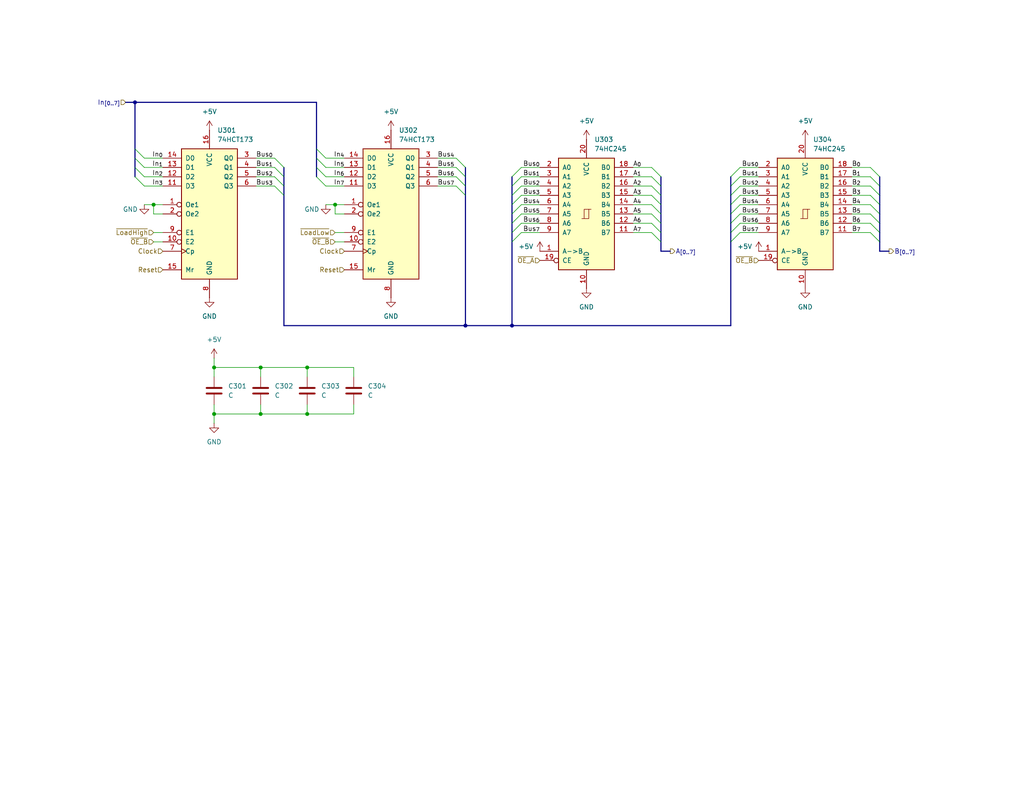
<source format=kicad_sch>
(kicad_sch (version 20250114) (generator "eeschema") (generator_version "9.0")
  (paper "USLetter")
  (title_block (title "BRISC8 CPU") (date "2025-06-05") (rev "v1.0.0") (company "Brian Duffy") (comment 3 "Compatible with the BRISC8 assembler and compiler suite.") (comment 4 "Simple 8-bit RISC CPU designed by Brian Duffy to explore the lowest level of computing."))
  (lib_symbols
    (symbol "74xx:74HC245" (pin_names (offset 1.016))
      (property "Reference" "U" (at -7.62 16.51 0))
      (property "Value" "74HC245" (at -7.62 -16.51 0))
      (symbol "74HC245_1_0"
        (polyline (pts (xy -1.27 -1.27) (xy 0.635 -1.27) (xy 0.635 1.27) (xy 1.27 1.27)))
        (polyline (pts (xy -0.635 -1.27) (xy -0.635 1.27) (xy 0.635 1.27)))
        (pin tri_state line (at -12.7 12.7 0) (length 5.08) (name "A0") (number "2"))
        (pin tri_state line (at -12.7 10.16 0) (length 5.08) (name "A1") (number "3"))
        (pin tri_state line (at -12.7 7.62 0) (length 5.08) (name "A2") (number "4"))
        (pin tri_state line (at -12.7 5.08 0) (length 5.08) (name "A3") (number "5"))
        (pin tri_state line (at -12.7 2.54 0) (length 5.08) (name "A4") (number "6"))
        (pin tri_state line (at -12.7 0 0) (length 5.08) (name "A5") (number "7"))
        (pin tri_state line (at -12.7 -2.54 0) (length 5.08) (name "A6") (number "8"))
        (pin tri_state line (at -12.7 -5.08 0) (length 5.08) (name "A7") (number "9"))
        (pin input line (at -12.7 -10.16 0) (length 5.08) (name "A->B") (number "1"))
        (pin input inverted (at -12.7 -12.7 0) (length 5.08) (name "CE") (number "19"))
        (pin power_in line (at 0 20.32 270) (length 5.08) (name "VCC") (number "20"))
        (pin power_in line (at 0 -20.32 90) (length 5.08) (name "GND") (number "10"))
        (pin tri_state line (at 12.7 12.7 180) (length 5.08) (name "B0") (number "18"))
        (pin tri_state line (at 12.7 10.16 180) (length 5.08) (name "B1") (number "17"))
        (pin tri_state line (at 12.7 7.62 180) (length 5.08) (name "B2") (number "16"))
        (pin tri_state line (at 12.7 5.08 180) (length 5.08) (name "B3") (number "15"))
        (pin tri_state line (at 12.7 2.54 180) (length 5.08) (name "B4") (number "14"))
        (pin tri_state line (at 12.7 0 180) (length 5.08) (name "B5") (number "13"))
        (pin tri_state line (at 12.7 -2.54 180) (length 5.08) (name "B6") (number "12"))
        (pin tri_state line (at 12.7 -5.08 180) (length 5.08) (name "B7") (number "11"))
      )
      (symbol "74HC245_1_1"
        (rectangle (start -7.62 15.24) (end 7.62 -15.24) (stroke (width 0.254)) (fill (type background)))
      )
    )
    (symbol "74xx:74HCT173" (pin_names (offset 1.016))
      (property "Reference" "U" (at -7.62 19.05 0))
      (property "Value" "74HCT173" (at -7.62 -19.05 0))
      (symbol "74HCT173_1_0"
        (pin input line (at -12.7 15.24 0) (length 5.08) (name "D0") (number "14"))
        (pin input line (at -12.7 12.7 0) (length 5.08) (name "D1") (number "13"))
        (pin input line (at -12.7 10.16 0) (length 5.08) (name "D2") (number "12"))
        (pin input line (at -12.7 7.62 0) (length 5.08) (name "D3") (number "11"))
        (pin input inverted (at -12.7 2.54 0) (length 5.08) (name "Oe1") (number "1"))
        (pin input inverted (at -12.7 0 0) (length 5.08) (name "Oe2") (number "2"))
        (pin input inverted (at -12.7 -5.08 0) (length 5.08) (name "E1") (number "9"))
        (pin input inverted (at -12.7 -7.62 0) (length 5.08) (name "E2") (number "10"))
        (pin input clock (at -12.7 -10.16 0) (length 5.08) (name "Cp") (number "7"))
        (pin input line (at -12.7 -15.24 0) (length 5.08) (name "Mr") (number "15"))
        (pin power_in line (at 0 22.86 270) (length 5.08) (name "VCC") (number "16"))
        (pin power_in line (at 0 -22.86 90) (length 5.08) (name "GND") (number "8"))
        (pin tri_state line (at 12.7 15.24 180) (length 5.08) (name "Q0") (number "3"))
        (pin tri_state line (at 12.7 12.7 180) (length 5.08) (name "Q1") (number "4"))
        (pin tri_state line (at 12.7 10.16 180) (length 5.08) (name "Q2") (number "5"))
        (pin tri_state line (at 12.7 7.62 180) (length 5.08) (name "Q3") (number "6"))
      )
      (symbol "74HCT173_1_1"
        (rectangle (start -7.62 17.78) (end 7.62 -17.78) (stroke (width 0.254)) (fill (type background)))
      )
    )
    (symbol "Device:C" (pin_numbers (hide yes)) (pin_names (offset 0.254))
      (property "Reference" "C" (at 0.635 2.54 0))
      (property "Value" "C" (at 0.635 -2.54 0))
      (symbol "C_0_1"
        (polyline (pts (xy -2.032 0.762) (xy 2.032 0.762)) (stroke (width 0.508)))
        (polyline (pts (xy -2.032 -0.762) (xy 2.032 -0.762)) (stroke (width 0.508)))
      )
      (symbol "C_1_1"
        (pin passive line (at 0 3.81 270) (length 2.794) (name "~") (number "1"))
        (pin passive line (at 0 -3.81 90) (length 2.794) (name "~") (number "2"))
      )
    )
    (symbol "power:+5V" (power) (pin_numbers (hide yes)) (pin_names (offset 0) (hide yes))
      (property "Value" "+5V" (at 0 3.556 0))
      (symbol "+5V_0_1"
        (polyline (pts (xy -0.762 1.27) (xy 0 2.54)))
        (polyline (pts (xy 0 2.54) (xy 0.762 1.27)))
        (polyline (pts (xy 0 0) (xy 0 2.54)))
      )
      (symbol "+5V_1_1"
        (pin power_in line (at 0 0 90) (length 0) (name "~") (number "1"))
      )
    )
    (symbol "power:GND" (power) (pin_numbers (hide yes)) (pin_names (offset 0) (hide yes))
      (property "Value" "GND" (at 0 -3.81 0))
      (symbol "GND_0_1"
        (polyline (pts (xy 0 0) (xy 0 -1.27) (xy 1.27 -1.27) (xy 0 -2.54) (xy -1.27 -1.27) (xy 0 -1.27)))
      )
      (symbol "GND_1_1"
        (pin power_in line (at 0 0 270) (length 0) (name "~") (number "1"))
      )
    )
  )
  (junction (at 83.82 100.33))
  (junction (at 127 88.9))
  (junction (at 139.7 88.9))
  (junction (at 58.42 100.33))
  (junction (at 71.12 100.33))
  (junction (at 71.12 113.03))
  (junction (at 58.42 113.03))
  (junction (at 36.83 27.94))
  (junction (at 91.44 55.88))
  (junction (at 83.82 113.03))
  (junction (at 41.91 55.88))
  (bus_entry (at 124.46 45.72) (size 2.54 2.54))
  (bus_entry (at 237.49 55.88) (size 2.54 2.54))
  (bus_entry (at 74.93 48.26) (size 2.54 2.54))
  (bus_entry (at 124.46 48.26) (size 2.54 2.54))
  (bus_entry (at 199.39 48.26) (size 2.54 -2.54))
  (bus_entry (at 88.9 45.72) (size -2.54 -2.54))
  (bus_entry (at 199.39 60.96) (size 2.54 -2.54))
  (bus_entry (at 199.39 66.04) (size 2.54 -2.54))
  (bus_entry (at 177.8 55.88) (size 2.54 2.54))
  (bus_entry (at 139.7 53.34) (size 2.54 -2.54))
  (bus_entry (at 237.49 58.42) (size 2.54 2.54))
  (bus_entry (at 139.7 58.42) (size 2.54 -2.54))
  (bus_entry (at 199.39 63.5) (size 2.54 -2.54))
  (bus_entry (at 39.37 48.26) (size -2.54 -2.54))
  (bus_entry (at 237.49 60.96) (size 2.54 2.54))
  (bus_entry (at 237.49 50.8) (size 2.54 2.54))
  (bus_entry (at 177.8 53.34) (size 2.54 2.54))
  (bus_entry (at 199.39 50.8) (size 2.54 -2.54))
  (bus_entry (at 139.7 66.04) (size 2.54 -2.54))
  (bus_entry (at 177.8 48.26) (size 2.54 2.54))
  (bus_entry (at 139.7 55.88) (size 2.54 -2.54))
  (bus_entry (at 74.93 43.18) (size 2.54 2.54))
  (bus_entry (at 139.7 63.5) (size 2.54 -2.54))
  (bus_entry (at 177.8 63.5) (size 2.54 2.54))
  (bus_entry (at 88.9 43.18) (size -2.54 -2.54))
  (bus_entry (at 124.46 43.18) (size 2.54 2.54))
  (bus_entry (at 177.8 58.42) (size 2.54 2.54))
  (bus_entry (at 237.49 53.34) (size 2.54 2.54))
  (bus_entry (at 199.39 53.34) (size 2.54 -2.54))
  (bus_entry (at 199.39 55.88) (size 2.54 -2.54))
  (bus_entry (at 124.46 50.8) (size 2.54 2.54))
  (bus_entry (at 39.37 43.18) (size -2.54 -2.54))
  (bus_entry (at 88.9 48.26) (size -2.54 -2.54))
  (bus_entry (at 237.49 63.5) (size 2.54 2.54))
  (bus_entry (at 177.8 50.8) (size 2.54 2.54))
  (bus_entry (at 88.9 50.8) (size -2.54 -2.54))
  (bus_entry (at 39.37 50.8) (size -2.54 -2.54))
  (bus_entry (at 177.8 60.96) (size 2.54 2.54))
  (bus_entry (at 74.93 45.72) (size 2.54 2.54))
  (bus_entry (at 139.7 48.26) (size 2.54 -2.54))
  (bus_entry (at 139.7 60.96) (size 2.54 -2.54))
  (bus_entry (at 139.7 50.8) (size 2.54 -2.54))
  (bus_entry (at 39.37 45.72) (size -2.54 -2.54))
  (bus_entry (at 199.39 58.42) (size 2.54 -2.54))
  (bus_entry (at 74.93 50.8) (size 2.54 2.54))
  (bus_entry (at 237.49 45.72) (size 2.54 2.54))
  (bus_entry (at 177.8 45.72) (size 2.54 2.54))
  (bus_entry (at 237.49 48.26) (size 2.54 2.54))
  (wire (pts (xy 172.72 55.88) (xy 177.8 55.88)))
  (wire (pts (xy 172.72 63.5) (xy 177.8 63.5)))
  (wire (pts (xy 119.38 50.8) (xy 124.46 50.8)))
  (bus (pts (xy 180.34 48.26) (xy 180.34 50.8)))
  (wire (pts (xy 91.44 58.42) (xy 91.44 55.88)))
  (bus (pts (xy 240.03 60.96) (xy 240.03 63.5)))
  (wire (pts (xy 88.9 45.72) (xy 93.98 45.72)))
  (bus (pts (xy 139.7 66.04) (xy 139.7 88.9)))
  (wire (pts (xy 58.42 100.33) (xy 58.42 102.87)))
  (wire (pts (xy 119.38 43.18) (xy 124.46 43.18)))
  (bus (pts (xy 127 50.8) (xy 127 53.34)))
  (wire (pts (xy 39.37 48.26) (xy 44.45 48.26)))
  (wire (pts (xy 201.93 58.42) (xy 207.01 58.42)))
  (bus (pts (xy 240.03 55.88) (xy 240.03 58.42)))
  (wire (pts (xy 91.44 55.88) (xy 93.98 55.88)))
  (bus (pts (xy 139.7 88.9) (xy 199.39 88.9)))
  (wire (pts (xy 69.85 45.72) (xy 74.93 45.72)))
  (bus (pts (xy 139.7 48.26) (xy 139.7 50.8)))
  (bus (pts (xy 180.34 66.04) (xy 180.34 68.58)))
  (bus (pts (xy 240.03 48.26) (xy 240.03 50.8)))
  (wire (pts (xy 39.37 45.72) (xy 44.45 45.72)))
  (bus (pts (xy 77.47 88.9) (xy 127 88.9)))
  (wire (pts (xy 39.37 50.8) (xy 44.45 50.8)))
  (wire (pts (xy 41.91 58.42) (xy 41.91 55.88)))
  (wire (pts (xy 142.24 60.96) (xy 147.32 60.96)))
  (wire (pts (xy 88.9 43.18) (xy 93.98 43.18)))
  (wire (pts (xy 93.98 58.42) (xy 91.44 58.42)))
  (wire (pts (xy 142.24 50.8) (xy 147.32 50.8)))
  (wire (pts (xy 88.9 55.88) (xy 91.44 55.88)))
  (wire (pts (xy 172.72 53.34) (xy 177.8 53.34)))
  (wire (pts (xy 172.72 45.72) (xy 177.8 45.72)))
  (bus (pts (xy 139.7 53.34) (xy 139.7 55.88)))
  (wire (pts (xy 88.9 50.8) (xy 93.98 50.8)))
  (wire (pts (xy 83.82 100.33) (xy 83.82 102.87)))
  (bus (pts (xy 127 53.34) (xy 127 88.9)))
  (wire (pts (xy 232.41 60.96) (xy 237.49 60.96)))
  (wire (pts (xy 96.52 110.49) (xy 96.52 113.03)))
  (bus (pts (xy 240.03 58.42) (xy 240.03 60.96)))
  (bus (pts (xy 86.36 43.18) (xy 86.36 45.72)))
  (bus (pts (xy 77.47 45.72) (xy 77.47 48.26)))
  (bus (pts (xy 127 45.72) (xy 127 48.26)))
  (wire (pts (xy 69.85 50.8) (xy 74.93 50.8)))
  (bus (pts (xy 77.47 50.8) (xy 77.47 53.34)))
  (bus (pts (xy 77.47 88.9) (xy 77.47 53.34)))
  (bus (pts (xy 180.34 55.88) (xy 180.34 58.42)))
  (wire (pts (xy 232.41 63.5) (xy 237.49 63.5)))
  (bus (pts (xy 240.03 68.58) (xy 242.57 68.58)))
  (bus (pts (xy 199.39 50.8) (xy 199.39 53.34)))
  (wire (pts (xy 142.24 55.88) (xy 147.32 55.88)))
  (wire (pts (xy 71.12 113.03) (xy 58.42 113.03)))
  (wire (pts (xy 172.72 60.96) (xy 177.8 60.96)))
  (wire (pts (xy 201.93 48.26) (xy 207.01 48.26)))
  (wire (pts (xy 172.72 48.26) (xy 177.8 48.26)))
  (wire (pts (xy 41.91 55.88) (xy 44.45 55.88)))
  (bus (pts (xy 180.34 63.5) (xy 180.34 66.04)))
  (bus (pts (xy 199.39 63.5) (xy 199.39 66.04)))
  (wire (pts (xy 142.24 58.42) (xy 147.32 58.42)))
  (wire (pts (xy 142.24 53.34) (xy 147.32 53.34)))
  (bus (pts (xy 77.47 48.26) (xy 77.47 50.8)))
  (bus (pts (xy 240.03 53.34) (xy 240.03 55.88)))
  (bus (pts (xy 36.83 40.64) (xy 36.83 27.94)))
  (wire (pts (xy 71.12 100.33) (xy 83.82 100.33)))
  (wire (pts (xy 119.38 48.26) (xy 124.46 48.26)))
  (wire (pts (xy 39.37 43.18) (xy 44.45 43.18)))
  (wire (pts (xy 41.91 66.04) (xy 44.45 66.04)))
  (wire (pts (xy 201.93 45.72) (xy 207.01 45.72)))
  (bus (pts (xy 36.83 48.26) (xy 36.83 45.72)))
  (wire (pts (xy 58.42 100.33) (xy 71.12 100.33)))
  (bus (pts (xy 199.39 58.42) (xy 199.39 60.96)))
  (wire (pts (xy 69.85 48.26) (xy 74.93 48.26)))
  (bus (pts (xy 240.03 63.5) (xy 240.03 66.04)))
  (wire (pts (xy 71.12 110.49) (xy 71.12 113.03)))
  (bus (pts (xy 199.39 53.34) (xy 199.39 55.88)))
  (bus (pts (xy 139.7 60.96) (xy 139.7 63.5)))
  (wire (pts (xy 41.91 63.5) (xy 44.45 63.5)))
  (bus (pts (xy 199.39 66.04) (xy 199.39 88.9)))
  (wire (pts (xy 142.24 48.26) (xy 147.32 48.26)))
  (wire (pts (xy 232.41 50.8) (xy 237.49 50.8)))
  (wire (pts (xy 201.93 55.88) (xy 207.01 55.88)))
  (bus (pts (xy 199.39 48.26) (xy 199.39 50.8)))
  (bus (pts (xy 139.7 55.88) (xy 139.7 58.42)))
  (wire (pts (xy 71.12 100.33) (xy 71.12 102.87)))
  (wire (pts (xy 232.41 55.88) (xy 237.49 55.88)))
  (wire (pts (xy 172.72 50.8) (xy 177.8 50.8)))
  (wire (pts (xy 69.85 43.18) (xy 74.93 43.18)))
  (bus (pts (xy 180.34 68.58) (xy 182.88 68.58)))
  (wire (pts (xy 44.45 58.42) (xy 41.91 58.42)))
  (bus (pts (xy 180.34 50.8) (xy 180.34 53.34)))
  (bus (pts (xy 86.36 27.94) (xy 86.36 40.64)))
  (wire (pts (xy 142.24 63.5) (xy 147.32 63.5)))
  (wire (pts (xy 83.82 100.33) (xy 96.52 100.33)))
  (wire (pts (xy 83.82 110.49) (xy 83.82 113.03)))
  (wire (pts (xy 232.41 45.72) (xy 237.49 45.72)))
  (bus (pts (xy 240.03 66.04) (xy 240.03 68.58)))
  (wire (pts (xy 88.9 48.26) (xy 93.98 48.26)))
  (wire (pts (xy 201.93 53.34) (xy 207.01 53.34)))
  (wire (pts (xy 201.93 50.8) (xy 207.01 50.8)))
  (wire (pts (xy 58.42 113.03) (xy 58.42 115.57)))
  (wire (pts (xy 142.24 45.72) (xy 147.32 45.72)))
  (wire (pts (xy 58.42 97.79) (xy 58.42 100.33)))
  (bus (pts (xy 199.39 60.96) (xy 199.39 63.5)))
  (bus (pts (xy 34.29 27.94) (xy 36.83 27.94)))
  (wire (pts (xy 39.37 55.88) (xy 41.91 55.88)))
  (bus (pts (xy 240.03 50.8) (xy 240.03 53.34)))
  (wire (pts (xy 91.44 66.04) (xy 93.98 66.04)))
  (bus (pts (xy 86.36 40.64) (xy 86.36 43.18)))
  (wire (pts (xy 232.41 58.42) (xy 237.49 58.42)))
  (bus (pts (xy 139.7 63.5) (xy 139.7 66.04)))
  (bus (pts (xy 199.39 55.88) (xy 199.39 58.42)))
  (bus (pts (xy 127 48.26) (xy 127 50.8)))
  (bus (pts (xy 86.36 45.72) (xy 86.36 48.26)))
  (wire (pts (xy 119.38 45.72) (xy 124.46 45.72)))
  (wire (pts (xy 201.93 60.96) (xy 207.01 60.96)))
  (bus (pts (xy 36.83 45.72) (xy 36.83 43.18)))
  (wire (pts (xy 201.93 63.5) (xy 207.01 63.5)))
  (bus (pts (xy 180.34 58.42) (xy 180.34 60.96)))
  (wire (pts (xy 58.42 110.49) (xy 58.42 113.03)))
  (wire (pts (xy 172.72 58.42) (xy 177.8 58.42)))
  (wire (pts (xy 91.44 63.5) (xy 93.98 63.5)))
  (bus (pts (xy 180.34 60.96) (xy 180.34 63.5)))
  (bus (pts (xy 127 88.9) (xy 139.7 88.9)))
  (bus (pts (xy 36.83 43.18) (xy 36.83 40.64)))
  (wire (pts (xy 83.82 113.03) (xy 71.12 113.03)))
  (wire (pts (xy 96.52 113.03) (xy 83.82 113.03)))
  (bus (pts (xy 139.7 50.8) (xy 139.7 53.34)))
  (wire (pts (xy 232.41 53.34) (xy 237.49 53.34)))
  (bus (pts (xy 36.83 27.94) (xy 86.36 27.94)))
  (wire (pts (xy 96.52 100.33) (xy 96.52 102.87)))
  (bus (pts (xy 180.34 53.34) (xy 180.34 55.88)))
  (wire (pts (xy 232.41 48.26) (xy 237.49 48.26)))
  (bus (pts (xy 139.7 58.42) (xy 139.7 60.96)))
  (label "Bus_{6}" (at 147.32 60.96 180))
  (label "Bus_{0}" (at 69.85 43.18 0))
  (label "Bus_{4}" (at 119.38 43.18 0))
  (label "A_{3}" (at 172.72 53.34 0))
  (label "Bus_{3}" (at 207.01 53.34 180))
  (label "In_{2}" (at 44.45 48.26 180))
  (label "In_{4}" (at 93.98 43.18 180))
  (label "In_{1}" (at 44.45 45.72 180))
  (label "Bus_{6}" (at 207.01 60.96 180))
  (label "Bus_{3}" (at 147.32 53.34 180))
  (label "Bus_{5}" (at 119.38 45.72 0))
  (label "B_{2}" (at 232.41 50.8 0))
  (label "A_{1}" (at 172.72 48.26 0))
  (label "In_{3}" (at 44.45 50.8 180))
  (label "Bus_{7}" (at 147.32 63.5 180))
  (label "Bus_{1}" (at 147.32 48.26 180))
  (label "B_{0}" (at 232.41 45.72 0))
  (label "A_{7}" (at 172.72 63.5 0))
  (label "Bus_{5}" (at 207.01 58.42 180))
  (label "Bus_{1}" (at 207.01 48.26 180))
  (label "A_{6}" (at 172.72 60.96 0))
  (label "Bus_{2}" (at 147.32 50.8 180))
  (label "B_{4}" (at 232.41 55.88 0))
  (label "Bus_{0}" (at 147.32 45.72 180))
  (label "B_{1}" (at 232.41 48.26 0))
  (label "Bus_{6}" (at 119.38 48.26 0))
  (label "B_{7}" (at 232.41 63.5 0))
  (label "In_{0}" (at 44.45 43.18 180))
  (label "Bus_{2}" (at 207.01 50.8 180))
  (label "Bus_{5}" (at 147.32 58.42 180))
  (label "A_{5}" (at 172.72 58.42 0))
  (label "Bus_{7}" (at 119.38 50.8 0))
  (label "B_{5}" (at 232.41 58.42 0))
  (label "In_{5}" (at 93.98 45.72 180))
  (label "A_{4}" (at 172.72 55.88 0))
  (label "In_{6}" (at 93.98 48.26 180))
  (label "Bus_{4}" (at 147.32 55.88 180))
  (label "Bus_{0}" (at 207.01 45.72 180))
  (label "A_{0}" (at 172.72 45.72 0))
  (label "Bus_{2}" (at 69.85 48.26 0))
  (label "Bus_{1}" (at 69.85 45.72 0))
  (label "Bus_{3}" (at 69.85 50.8 0))
  (label "B_{6}" (at 232.41 60.96 0))
  (label "B_{3}" (at 232.41 53.34 0))
  (label "In_{7}" (at 93.98 50.8 180))
  (label "Bus_{4}" (at 207.01 55.88 180))
  (label "A_{2}" (at 172.72 50.8 0))
  (label "Bus_{7}" (at 207.01 63.5 180))
  (hierarchical_label "~{OE_B}" (shape input) (at 41.91 66.04 180))
  (hierarchical_label "Clock" (shape input) (at 93.98 68.58 180))
  (hierarchical_label "~{OE_A}" (shape input) (at 147.32 71.12 180))
  (hierarchical_label "~{LoadHigh}" (shape input) (at 41.91 63.5 180))
  (hierarchical_label "A_{[0..7]}" (shape output) (at 182.88 68.58 0))
  (hierarchical_label "~{LoadLow}" (shape input) (at 91.44 63.5 180))
  (hierarchical_label "Clock" (shape input) (at 44.45 68.58 180))
  (hierarchical_label "Reset" (shape input) (at 44.45 73.66 180))
  (hierarchical_label "B_{[0..7]}" (shape output) (at 242.57 68.58 0))
  (hierarchical_label "In_{[0..7]}" (shape input) (at 34.29 27.94 180))
  (hierarchical_label "~{OE_B}" (shape input) (at 207.01 71.12 180))
  (hierarchical_label "Reset" (shape input) (at 93.98 73.66 180))
  (hierarchical_label "~{OE_B}" (shape input) (at 91.44 66.04 180))
  (symbol (lib_id "Device:C") (at 58.42 106.68 0) (unit 1)
    (property "Reference" "C201" (at 62.23 105.4099 0) (effects (justify left)))
    (property "Value" "C" (at 62.23 107.9499 0) (effects (justify left)))
    (property "Description" "Unpolarized capacitor" (effects (hide yes)))
    (instances (project "BRISC8" (path "" (reference "C301") (unit 1)) (path "" (reference "C401") (unit 1)) (path "" (reference "C201") (unit 1))))
  )
  (symbol (lib_id "power:+5V") (at 106.68 35.56 0) (unit 1)
    (property "Reference" "#PWR0202" (effects (hide yes)))
    (property "Value" "+5V" (at 106.68 30.48 0))
    (property "Description" "Power symbol creates a global label with name \"+5V\"" (effects (hide yes)))
    (instances (project "BRISC8" (path "" (reference "#PWR0302") (unit 1)) (path "" (reference "#PWR0402") (unit 1)) (path "" (reference "#PWR0202") (unit 1))))
  )
  (symbol (lib_id "power:GND") (at 58.42 115.57 0) (unit 1)
    (property "Reference" "#PWR0214" (effects (hide yes)))
    (property "Value" "GND" (at 58.42 120.65 0))
    (property "Description" "Power symbol creates a global label with name \"GND\" , ground" (effects (hide yes)))
    (instances (project "BRISC8" (path "" (reference "#PWR0314") (unit 1)) (path "" (reference "#PWR0414") (unit 1)) (path "" (reference "#PWR0214") (unit 1))))
  )
  (symbol (lib_id "power:+5V") (at 219.71 38.1 0) (unit 1)
    (property "Reference" "#PWR0204" (effects (hide yes)))
    (property "Value" "+5V" (at 219.71 33.02 0))
    (property "Description" "Power symbol creates a global label with name \"+5V\"" (effects (hide yes)))
    (instances (project "BRISC8" (path "" (reference "#PWR0304") (unit 1)) (path "" (reference "#PWR0404") (unit 1)) (path "" (reference "#PWR0204") (unit 1))))
  )
  (symbol (lib_id "74xx:74HCT173") (at 57.15 58.42 0) (unit 1)
    (property "Reference" "U201" (at 59.2933 35.56 0) (effects (justify left)))
    (property "Value" "74HCT173" (at 59.2933 38.1 0) (effects (justify left)))
    (property "Datasheet" "https://www.ti.com/lit/ds/symlink/cd74hc173.pdf" (effects (hide yes)))
    (property "Description" "4-bit D-type Register, 3 state out" (effects (hide yes)))
    (instances (project "BRISC8" (path "" (reference "U301") (unit 1)) (path "" (reference "U401") (unit 1)) (path "" (reference "U201") (unit 1))))
  )
  (symbol (lib_id "power:GND") (at 39.37 55.88 0) (unit 1)
    (property "Reference" "#PWR0205" (effects (hide yes)))
    (property "Value" "GND" (at 35.56 57.15 0))
    (property "Description" "Power symbol creates a global label with name \"GND\" , ground" (effects (hide yes)))
    (instances (project "BRISC8" (path "" (reference "#PWR0305") (unit 1)) (path "" (reference "#PWR0405") (unit 1)) (path "" (reference "#PWR0205") (unit 1))))
  )
  (symbol (lib_id "74xx:74HC245") (at 160.02 58.42 0) (unit 1)
    (property "Reference" "U203" (at 162.1633 38.1 0) (effects (justify left)))
    (property "Value" "74HC245" (at 162.1633 40.64 0) (effects (justify left)))
    (property "Datasheet" "http://www.ti.com/lit/gpn/sn74HC245" (effects (hide yes)))
    (property "Description" "Octal BUS Transceivers, 3-State outputs" (effects (hide yes)))
    (instances (project "BRISC8" (path "" (reference "U303") (unit 1)) (path "" (reference "U403") (unit 1)) (path "" (reference "U203") (unit 1))))
  )
  (symbol (lib_id "Device:C") (at 71.12 106.68 0) (unit 1)
    (property "Reference" "C202" (at 74.93 105.4099 0) (effects (justify left)))
    (property "Value" "C" (at 74.93 107.9499 0) (effects (justify left)))
    (property "Description" "Unpolarized capacitor" (effects (hide yes)))
    (instances (project "BRISC8" (path "" (reference "C302") (unit 1)) (path "" (reference "C402") (unit 1)) (path "" (reference "C202") (unit 1))))
  )
  (symbol (lib_id "74xx:74HC245") (at 219.71 58.42 0) (unit 1)
    (property "Reference" "U204" (at 221.8533 38.1 0) (effects (justify left)))
    (property "Value" "74HC245" (at 221.8533 40.64 0) (effects (justify left)))
    (property "Datasheet" "http://www.ti.com/lit/gpn/sn74HC245" (effects (hide yes)))
    (property "Description" "Octal BUS Transceivers, 3-State outputs" (effects (hide yes)))
    (instances (project "BRISC8" (path "" (reference "U304") (unit 1)) (path "" (reference "U404") (unit 1)) (path "" (reference "U204") (unit 1))))
  )
  (symbol (lib_id "power:+5V") (at 207.01 68.58 0) (unit 1)
    (property "Reference" "#PWR0208" (effects (hide yes)))
    (property "Value" "+5V" (at 203.2 67.31 0))
    (property "Description" "Power symbol creates a global label with name \"+5V\"" (effects (hide yes)))
    (instances (project "BRISC8" (path "" (reference "#PWR0308") (unit 1)) (path "" (reference "#PWR0408") (unit 1)) (path "" (reference "#PWR0208") (unit 1))))
  )
  (symbol (lib_id "power:GND") (at 88.9 55.88 0) (unit 1)
    (property "Reference" "#PWR0206" (effects (hide yes)))
    (property "Value" "GND" (at 85.09 57.15 0))
    (property "Description" "Power symbol creates a global label with name \"GND\" , ground" (effects (hide yes)))
    (instances (project "BRISC8" (path "" (reference "#PWR0306") (unit 1)) (path "" (reference "#PWR0406") (unit 1)) (path "" (reference "#PWR0206") (unit 1))))
  )
  (symbol (lib_id "Device:C") (at 83.82 106.68 0) (unit 1)
    (property "Reference" "C203" (at 87.63 105.4099 0) (effects (justify left)))
    (property "Value" "C" (at 87.63 107.9499 0) (effects (justify left)))
    (property "Description" "Unpolarized capacitor" (effects (hide yes)))
    (instances (project "BRISC8" (path "" (reference "C303") (unit 1)) (path "" (reference "C403") (unit 1)) (path "" (reference "C203") (unit 1))))
  )
  (symbol (lib_id "power:GND") (at 219.71 78.74 0) (unit 1)
    (property "Reference" "#PWR0210" (effects (hide yes)))
    (property "Value" "GND" (at 219.71 83.82 0))
    (property "Description" "Power symbol creates a global label with name \"GND\" , ground" (effects (hide yes)))
    (instances (project "BRISC8" (path "" (reference "#PWR0310") (unit 1)) (path "" (reference "#PWR0410") (unit 1)) (path "" (reference "#PWR0210") (unit 1))))
  )
  (symbol (lib_id "Device:C") (at 96.52 106.68 0) (unit 1)
    (property "Reference" "C204" (at 100.33 105.4099 0) (effects (justify left)))
    (property "Value" "C" (at 100.33 107.9499 0) (effects (justify left)))
    (property "Description" "Unpolarized capacitor" (effects (hide yes)))
    (instances (project "BRISC8" (path "" (reference "C304") (unit 1)) (path "" (reference "C404") (unit 1)) (path "" (reference "C204") (unit 1))))
  )
  (symbol (lib_id "power:GND") (at 57.15 81.28 0) (unit 1)
    (property "Reference" "#PWR0211" (effects (hide yes)))
    (property "Value" "GND" (at 57.15 86.36 0))
    (property "Description" "Power symbol creates a global label with name \"GND\" , ground" (effects (hide yes)))
    (instances (project "BRISC8" (path "" (reference "#PWR0311") (unit 1)) (path "" (reference "#PWR0411") (unit 1)) (path "" (reference "#PWR0211") (unit 1))))
  )
  (symbol (lib_id "74xx:74HCT173") (at 106.68 58.42 0) (unit 1)
    (property "Reference" "U202" (at 108.8233 35.56 0) (effects (justify left)))
    (property "Value" "74HCT173" (at 108.8233 38.1 0) (effects (justify left)))
    (property "Datasheet" "https://www.ti.com/lit/ds/symlink/cd74hc173.pdf" (effects (hide yes)))
    (property "Description" "4-bit D-type Register, 3 state out" (effects (hide yes)))
    (instances (project "BRISC8" (path "" (reference "U302") (unit 1)) (path "" (reference "U402") (unit 1)) (path "" (reference "U202") (unit 1))))
  )
  (symbol (lib_id "power:GND") (at 106.68 81.28 0) (unit 1)
    (property "Reference" "#PWR0212" (effects (hide yes)))
    (property "Value" "GND" (at 106.68 86.36 0))
    (property "Description" "Power symbol creates a global label with name \"GND\" , ground" (effects (hide yes)))
    (instances (project "BRISC8" (path "" (reference "#PWR0312") (unit 1)) (path "" (reference "#PWR0412") (unit 1)) (path "" (reference "#PWR0212") (unit 1))))
  )
  (symbol (lib_id "power:+5V") (at 160.02 38.1 0) (unit 1)
    (property "Reference" "#PWR0203" (effects (hide yes)))
    (property "Value" "+5V" (at 160.02 33.02 0))
    (property "Description" "Power symbol creates a global label with name \"+5V\"" (effects (hide yes)))
    (instances (project "BRISC8" (path "" (reference "#PWR0303") (unit 1)) (path "" (reference "#PWR0403") (unit 1)) (path "" (reference "#PWR0203") (unit 1))))
  )
  (symbol (lib_id "power:+5V") (at 58.42 97.79 0) (unit 1)
    (property "Reference" "#PWR0213" (effects (hide yes)))
    (property "Value" "+5V" (at 58.42 92.71 0))
    (property "Description" "Power symbol creates a global label with name \"+5V\"" (effects (hide yes)))
    (instances (project "BRISC8" (path "" (reference "#PWR0313") (unit 1)) (path "" (reference "#PWR0413") (unit 1)) (path "" (reference "#PWR0213") (unit 1))))
  )
  (symbol (lib_id "power:+5V") (at 57.15 35.56 0) (unit 1)
    (property "Reference" "#PWR0201" (effects (hide yes)))
    (property "Value" "+5V" (at 57.15 30.48 0))
    (property "Description" "Power symbol creates a global label with name \"+5V\"" (effects (hide yes)))
    (instances (project "BRISC8" (path "" (reference "#PWR0301") (unit 1)) (path "" (reference "#PWR0401") (unit 1)) (path "" (reference "#PWR0201") (unit 1))))
  )
  (symbol (lib_id "power:+5V") (at 147.32 68.58 0) (unit 1)
    (property "Reference" "#PWR0207" (effects (hide yes)))
    (property "Value" "+5V" (at 143.51 67.31 0))
    (property "Description" "Power symbol creates a global label with name \"+5V\"" (effects (hide yes)))
    (instances (project "BRISC8" (path "" (reference "#PWR0307") (unit 1)) (path "" (reference "#PWR0407") (unit 1)) (path "" (reference "#PWR0207") (unit 1))))
  )
  (symbol (lib_id "power:GND") (at 160.02 78.74 0) (unit 1)
    (property "Reference" "#PWR0209" (effects (hide yes)))
    (property "Value" "GND" (at 160.02 83.82 0))
    (property "Description" "Power symbol creates a global label with name \"GND\" , ground" (effects (hide yes)))
    (instances (project "BRISC8" (path "" (reference "#PWR0309") (unit 1)) (path "" (reference "#PWR0409") (unit 1)) (path "" (reference "#PWR0209") (unit 1))))
  )
)
</source>
